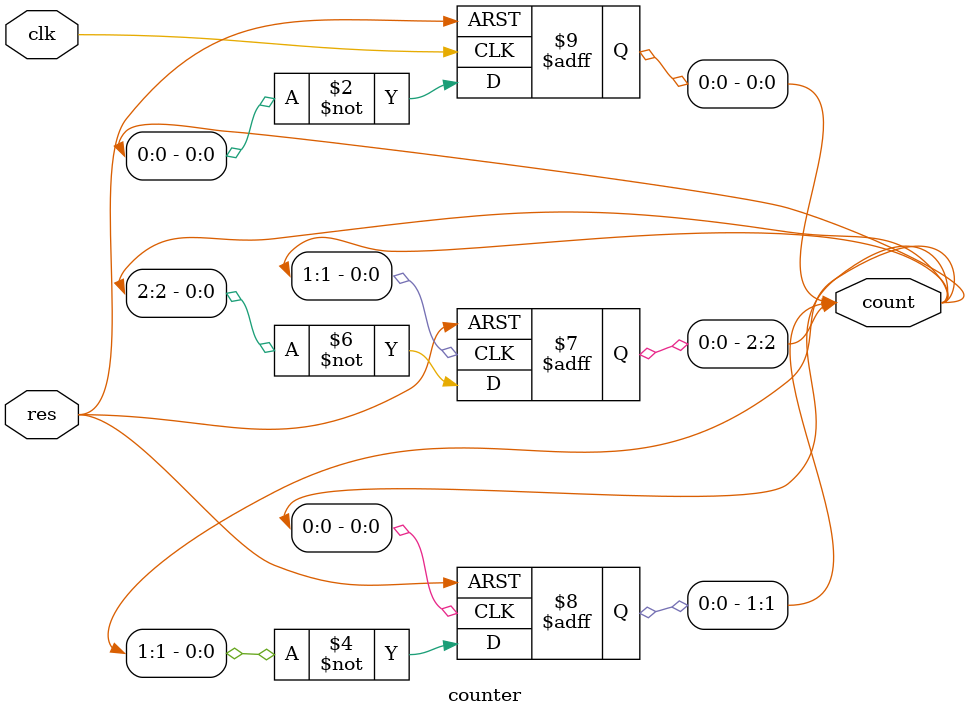
<source format=v>
module counter(clk,res,count);
	input clk,res;
	output reg [2:0]count;

	always@(negedge clk or posedge res)begin
		if(res) 
		count[0] <= 1'b0;
		else count[0] <= ~count[0];
		end

	always@(negedge count[0] or posedge res)begin
		if(res)
		count[1] <= 1'b0;
		else count[1] <= ~count[1];
		end

	always@(negedge count[1] or posedge res)begin
		if(res)
		count[2] <= 1'b0;
		else count[2] <= ~count[2];
		end

	endmodule

</source>
